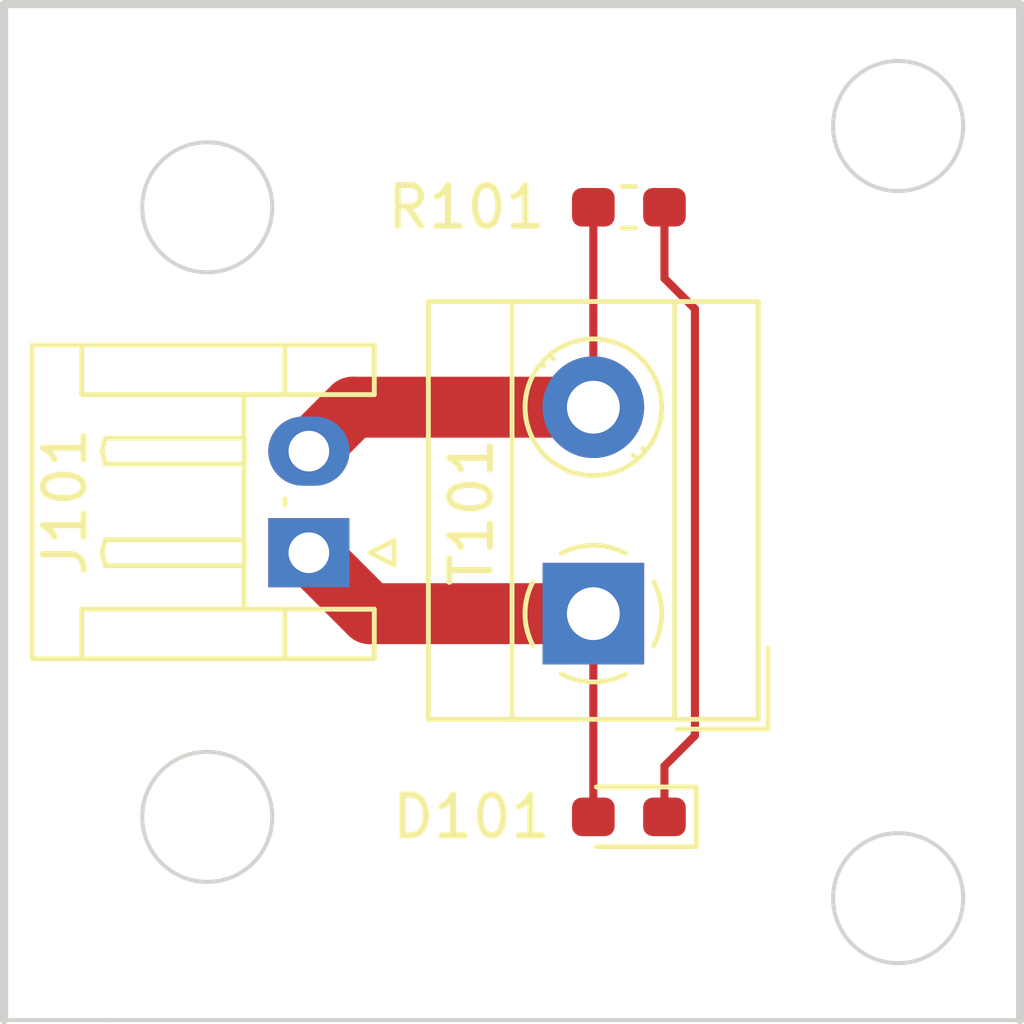
<source format=kicad_pcb>
(kicad_pcb (version 20171130) (host pcbnew "(5.0.0)")

  (general
    (thickness 1.6)
    (drawings 11)
    (tracks 11)
    (zones 0)
    (modules 4)
    (nets 4)
  )

  (page A4)
  (layers
    (0 F.Cu signal)
    (31 B.Cu signal)
    (36 B.SilkS user)
    (37 F.SilkS user)
    (38 B.Mask user)
    (39 F.Mask user)
    (40 Dwgs.User user)
    (41 Cmts.User user)
    (42 Eco1.User user)
    (43 Eco2.User user)
    (44 Edge.Cuts user)
    (45 Margin user)
    (46 B.CrtYd user)
    (47 F.CrtYd user)
    (48 B.Fab user hide)
    (49 F.Fab user hide)
  )

  (setup
    (last_trace_width 0.2032)
    (user_trace_width 0.16)
    (user_trace_width 0.2)
    (user_trace_width 0.5)
    (user_trace_width 0.8)
    (user_trace_width 1)
    (user_trace_width 1.5)
    (trace_clearance 0.2032)
    (zone_clearance 0.508)
    (zone_45_only no)
    (trace_min 0.1524)
    (segment_width 0.2)
    (edge_width 0.1)
    (via_size 0.2032)
    (via_drill 0.1524)
    (via_min_size 0.1524)
    (via_min_drill 0.1524)
    (user_via 0.5 0.3)
    (user_via 1.5 1)
    (uvia_size 0.3)
    (uvia_drill 0.1)
    (uvias_allowed no)
    (uvia_min_size 0.3)
    (uvia_min_drill 0.1)
    (pcb_text_width 0.3)
    (pcb_text_size 1.5 1.5)
    (mod_edge_width 0.15)
    (mod_text_size 1 1)
    (mod_text_width 0.15)
    (pad_size 1.524 1.524)
    (pad_drill 0.762)
    (pad_to_mask_clearance 0)
    (aux_axis_origin 52.5 46.5)
    (grid_origin 52.5 46.5)
    (visible_elements 7FFFFFFF)
    (pcbplotparams
      (layerselection 0x010f0_ffffffff)
      (usegerberextensions true)
      (usegerberattributes false)
      (usegerberadvancedattributes false)
      (creategerberjobfile false)
      (excludeedgelayer true)
      (linewidth 0.100000)
      (plotframeref false)
      (viasonmask false)
      (mode 1)
      (useauxorigin false)
      (hpglpennumber 1)
      (hpglpenspeed 20)
      (hpglpendiameter 15.000000)
      (psnegative false)
      (psa4output false)
      (plotreference true)
      (plotvalue true)
      (plotinvisibletext false)
      (padsonsilk false)
      (subtractmaskfromsilk true)
      (outputformat 1)
      (mirror false)
      (drillshape 0)
      (scaleselection 1)
      (outputdirectory "gerber/"))
  )

  (net 0 "")
  (net 1 "Net-(J101-Pad2)")
  (net 2 "Net-(D101-Pad2)")
  (net 3 "Net-(D101-Pad1)")

  (net_class Default "これはデフォルトのネット クラスです。"
    (clearance 0.2032)
    (trace_width 0.2032)
    (via_dia 0.2032)
    (via_drill 0.1524)
    (uvia_dia 0.3)
    (uvia_drill 0.1)
    (diff_pair_gap 0.2032)
    (diff_pair_width 0.2)
    (add_net "Net-(D101-Pad1)")
    (add_net "Net-(D101-Pad2)")
    (add_net "Net-(J101-Pad2)")
  )

  (module Connector_JST:JST_EH_S02B-EH_1x02_P2.50mm_Horizontal (layer F.Cu) (tedit 5A0EBB2C) (tstamp 5C51EF99)
    (at 60 60 90)
    (descr "JST EH series connector, S02B-EH (http://www.jst-mfg.com/product/pdf/eng/eEH.pdf), generated with kicad-footprint-generator")
    (tags "connector JST EH top entry")
    (path /5C495FC7/5C49610E)
    (fp_text reference J101 (at 1.25 -6 90) (layer F.SilkS)
      (effects (font (size 1 1) (thickness 0.15)))
    )
    (fp_text value Nichrome1 (at 1.25 2.7 90) (layer F.Fab)
      (effects (font (size 1 1) (thickness 0.15)))
    )
    (fp_line (start -1.5 -0.7) (end -1.5 1.5) (layer F.Fab) (width 0.1))
    (fp_line (start -1.5 1.5) (end -2.5 1.5) (layer F.Fab) (width 0.1))
    (fp_line (start -2.5 1.5) (end -2.5 -6.7) (layer F.Fab) (width 0.1))
    (fp_line (start -2.5 -6.7) (end 5 -6.7) (layer F.Fab) (width 0.1))
    (fp_line (start 5 -6.7) (end 5 1.5) (layer F.Fab) (width 0.1))
    (fp_line (start 5 1.5) (end 4 1.5) (layer F.Fab) (width 0.1))
    (fp_line (start 4 1.5) (end 4 -0.7) (layer F.Fab) (width 0.1))
    (fp_line (start 4 -0.7) (end -1.5 -0.7) (layer F.Fab) (width 0.1))
    (fp_line (start -3 -7.2) (end -3 2) (layer F.CrtYd) (width 0.05))
    (fp_line (start -3 2) (end 5.5 2) (layer F.CrtYd) (width 0.05))
    (fp_line (start 5.5 2) (end 5.5 -7.2) (layer F.CrtYd) (width 0.05))
    (fp_line (start 5.5 -7.2) (end -3 -7.2) (layer F.CrtYd) (width 0.05))
    (fp_line (start -1.39 -0.59) (end -1.39 1.61) (layer F.SilkS) (width 0.12))
    (fp_line (start -1.39 1.61) (end -2.61 1.61) (layer F.SilkS) (width 0.12))
    (fp_line (start -2.61 1.61) (end -2.61 -6.81) (layer F.SilkS) (width 0.12))
    (fp_line (start -2.61 -6.81) (end 5.11 -6.81) (layer F.SilkS) (width 0.12))
    (fp_line (start 5.11 -6.81) (end 5.11 1.61) (layer F.SilkS) (width 0.12))
    (fp_line (start 5.11 1.61) (end 3.89 1.61) (layer F.SilkS) (width 0.12))
    (fp_line (start 3.89 1.61) (end 3.89 -0.59) (layer F.SilkS) (width 0.12))
    (fp_line (start -2.61 -5.59) (end -1.39 -5.59) (layer F.SilkS) (width 0.12))
    (fp_line (start -1.39 -5.59) (end -1.39 -0.59) (layer F.SilkS) (width 0.12))
    (fp_line (start -1.39 -0.59) (end -2.61 -0.59) (layer F.SilkS) (width 0.12))
    (fp_line (start 5.11 -5.59) (end 3.89 -5.59) (layer F.SilkS) (width 0.12))
    (fp_line (start 3.89 -5.59) (end 3.89 -0.59) (layer F.SilkS) (width 0.12))
    (fp_line (start 3.89 -0.59) (end 5.11 -0.59) (layer F.SilkS) (width 0.12))
    (fp_line (start -1.39 -1.59) (end 3.89 -1.59) (layer F.SilkS) (width 0.12))
    (fp_line (start 0 -1.59) (end -0.32 -1.59) (layer F.SilkS) (width 0.12))
    (fp_line (start -0.32 -1.59) (end -0.32 -5.01) (layer F.SilkS) (width 0.12))
    (fp_line (start -0.32 -5.01) (end 0 -5.09) (layer F.SilkS) (width 0.12))
    (fp_line (start 0 -5.09) (end 0.32 -5.01) (layer F.SilkS) (width 0.12))
    (fp_line (start 0.32 -5.01) (end 0.32 -1.59) (layer F.SilkS) (width 0.12))
    (fp_line (start 0.32 -1.59) (end 0 -1.59) (layer F.SilkS) (width 0.12))
    (fp_line (start 1.17 -0.59) (end 1.33 -0.59) (layer F.SilkS) (width 0.12))
    (fp_line (start 2.5 -1.59) (end 2.18 -1.59) (layer F.SilkS) (width 0.12))
    (fp_line (start 2.18 -1.59) (end 2.18 -5.01) (layer F.SilkS) (width 0.12))
    (fp_line (start 2.18 -5.01) (end 2.5 -5.09) (layer F.SilkS) (width 0.12))
    (fp_line (start 2.5 -5.09) (end 2.82 -5.01) (layer F.SilkS) (width 0.12))
    (fp_line (start 2.82 -5.01) (end 2.82 -1.59) (layer F.SilkS) (width 0.12))
    (fp_line (start 2.82 -1.59) (end 2.5 -1.59) (layer F.SilkS) (width 0.12))
    (fp_line (start 0 1.5) (end -0.3 2.1) (layer F.SilkS) (width 0.12))
    (fp_line (start -0.3 2.1) (end 0.3 2.1) (layer F.SilkS) (width 0.12))
    (fp_line (start 0.3 2.1) (end 0 1.5) (layer F.SilkS) (width 0.12))
    (fp_line (start -0.5 -0.7) (end 0 -1.407107) (layer F.Fab) (width 0.1))
    (fp_line (start 0 -1.407107) (end 0.5 -0.7) (layer F.Fab) (width 0.1))
    (fp_text user %R (at 1.25 -2.6 90) (layer F.Fab)
      (effects (font (size 1 1) (thickness 0.15)))
    )
    (pad 1 thru_hole rect (at 0 0 90) (size 1.7 2) (drill 1) (layers *.Cu *.Mask)
      (net 2 "Net-(D101-Pad2)"))
    (pad 2 thru_hole oval (at 2.5 0 90) (size 1.7 2) (drill 1) (layers *.Cu *.Mask)
      (net 1 "Net-(J101-Pad2)"))
    (model ${KISYS3DMOD}/Connector_JST.3dshapes/JST_EH_S02B-EH_1x02_P2.50mm_Horizontal.wrl
      (at (xyz 0 0 0))
      (scale (xyz 1 1 1))
      (rotate (xyz 0 0 0))
    )
  )

  (module LED_SMD:LED_0603_1608Metric_Pad1.05x0.95mm_HandSolder (layer F.Cu) (tedit 5B4B45C9) (tstamp 5C51EED4)
    (at 67.875 66.5 180)
    (descr "LED SMD 0603 (1608 Metric), square (rectangular) end terminal, IPC_7351 nominal, (Body size source: http://www.tortai-tech.com/upload/download/2011102023233369053.pdf), generated with kicad-footprint-generator")
    (tags "LED handsolder")
    (path /5C495FC7/5C49614E)
    (attr smd)
    (fp_text reference D101 (at 3.875 0 180) (layer F.SilkS)
      (effects (font (size 1 1) (thickness 0.15)))
    )
    (fp_text value LED_Small (at 0 1.43 180) (layer F.Fab)
      (effects (font (size 1 1) (thickness 0.15)))
    )
    (fp_text user %R (at 0 0 180) (layer F.Fab)
      (effects (font (size 0.4 0.4) (thickness 0.06)))
    )
    (fp_line (start 1.65 0.73) (end -1.65 0.73) (layer F.CrtYd) (width 0.05))
    (fp_line (start 1.65 -0.73) (end 1.65 0.73) (layer F.CrtYd) (width 0.05))
    (fp_line (start -1.65 -0.73) (end 1.65 -0.73) (layer F.CrtYd) (width 0.05))
    (fp_line (start -1.65 0.73) (end -1.65 -0.73) (layer F.CrtYd) (width 0.05))
    (fp_line (start -1.66 0.735) (end 0.8 0.735) (layer F.SilkS) (width 0.12))
    (fp_line (start -1.66 -0.735) (end -1.66 0.735) (layer F.SilkS) (width 0.12))
    (fp_line (start 0.8 -0.735) (end -1.66 -0.735) (layer F.SilkS) (width 0.12))
    (fp_line (start 0.8 0.4) (end 0.8 -0.4) (layer F.Fab) (width 0.1))
    (fp_line (start -0.8 0.4) (end 0.8 0.4) (layer F.Fab) (width 0.1))
    (fp_line (start -0.8 -0.1) (end -0.8 0.4) (layer F.Fab) (width 0.1))
    (fp_line (start -0.5 -0.4) (end -0.8 -0.1) (layer F.Fab) (width 0.1))
    (fp_line (start 0.8 -0.4) (end -0.5 -0.4) (layer F.Fab) (width 0.1))
    (pad 2 smd roundrect (at 0.875 0 180) (size 1.05 0.95) (layers F.Cu F.Paste F.Mask) (roundrect_rratio 0.25)
      (net 2 "Net-(D101-Pad2)"))
    (pad 1 smd roundrect (at -0.875 0 180) (size 1.05 0.95) (layers F.Cu F.Paste F.Mask) (roundrect_rratio 0.25)
      (net 3 "Net-(D101-Pad1)"))
    (model ${KISYS3DMOD}/LED_SMD.3dshapes/LED_0603_1608Metric.wrl
      (at (xyz 0 0 0))
      (scale (xyz 1 1 1))
      (rotate (xyz 0 0 0))
    )
  )

  (module Resistor_SMD:R_0603_1608Metric_Pad1.05x0.95mm_HandSolder (layer F.Cu) (tedit 5B301BBD) (tstamp 5C51EC7E)
    (at 67.875 51.5)
    (descr "Resistor SMD 0603 (1608 Metric), square (rectangular) end terminal, IPC_7351 nominal with elongated pad for handsoldering. (Body size source: http://www.tortai-tech.com/upload/download/2011102023233369053.pdf), generated with kicad-footprint-generator")
    (tags "resistor handsolder")
    (path /5C495FC7/5C496155)
    (attr smd)
    (fp_text reference R101 (at -4 0) (layer F.SilkS)
      (effects (font (size 1 1) (thickness 0.15)))
    )
    (fp_text value 1k (at 0 1.43) (layer F.Fab)
      (effects (font (size 1 1) (thickness 0.15)))
    )
    (fp_text user %R (at 0 0) (layer F.Fab)
      (effects (font (size 0.4 0.4) (thickness 0.06)))
    )
    (fp_line (start 1.65 0.73) (end -1.65 0.73) (layer F.CrtYd) (width 0.05))
    (fp_line (start 1.65 -0.73) (end 1.65 0.73) (layer F.CrtYd) (width 0.05))
    (fp_line (start -1.65 -0.73) (end 1.65 -0.73) (layer F.CrtYd) (width 0.05))
    (fp_line (start -1.65 0.73) (end -1.65 -0.73) (layer F.CrtYd) (width 0.05))
    (fp_line (start -0.171267 0.51) (end 0.171267 0.51) (layer F.SilkS) (width 0.12))
    (fp_line (start -0.171267 -0.51) (end 0.171267 -0.51) (layer F.SilkS) (width 0.12))
    (fp_line (start 0.8 0.4) (end -0.8 0.4) (layer F.Fab) (width 0.1))
    (fp_line (start 0.8 -0.4) (end 0.8 0.4) (layer F.Fab) (width 0.1))
    (fp_line (start -0.8 -0.4) (end 0.8 -0.4) (layer F.Fab) (width 0.1))
    (fp_line (start -0.8 0.4) (end -0.8 -0.4) (layer F.Fab) (width 0.1))
    (pad 2 smd roundrect (at 0.875 0) (size 1.05 0.95) (layers F.Cu F.Paste F.Mask) (roundrect_rratio 0.25)
      (net 3 "Net-(D101-Pad1)"))
    (pad 1 smd roundrect (at -0.875 0) (size 1.05 0.95) (layers F.Cu F.Paste F.Mask) (roundrect_rratio 0.25)
      (net 1 "Net-(J101-Pad2)"))
    (model ${KISYS3DMOD}/Resistor_SMD.3dshapes/R_0603_1608Metric.wrl
      (at (xyz 0 0 0))
      (scale (xyz 1 1 1))
      (rotate (xyz 0 0 0))
    )
  )

  (module TerminalBlock_MetzConnect:TerminalBlock_MetzConnect_Type101_RT01602HBWC_1x02_P5.08mm_Horizontal (layer F.Cu) (tedit 5B294E9E) (tstamp 5C51EC1A)
    (at 67 61.5 90)
    (descr "terminal block Metz Connect Type101_RT01602HBWC, 2 pins, pitch 5.08mm, size 10.2x8mm^2, drill diamater 1.3mm, pad diameter 2.5mm, see http://www.metz-connect.com/de/system/files/productfiles/Datenblatt_311011_RT016xxHBWC_OFF-022771S.pdf, script-generated using https://github.com/pointhi/kicad-footprint-generator/scripts/TerminalBlock_MetzConnect")
    (tags "THT terminal block Metz Connect Type101_RT01602HBWC pitch 5.08mm size 10.2x8mm^2 drill 1.3mm pad 2.5mm")
    (path /5C495FC7/5C496115)
    (fp_text reference T101 (at 2.5 -3 90) (layer F.SilkS)
      (effects (font (size 1 1) (thickness 0.15)))
    )
    (fp_text value Nichrome1 (at 2.54 5.06 90) (layer F.Fab)
      (effects (font (size 1 1) (thickness 0.15)))
    )
    (fp_text user %R (at 2.54 3 90) (layer F.Fab)
      (effects (font (size 1 1) (thickness 0.15)))
    )
    (fp_line (start 8.13 -4.5) (end -3.04 -4.5) (layer F.CrtYd) (width 0.05))
    (fp_line (start 8.13 4.5) (end 8.13 -4.5) (layer F.CrtYd) (width 0.05))
    (fp_line (start -3.04 4.5) (end 8.13 4.5) (layer F.CrtYd) (width 0.05))
    (fp_line (start -3.04 -4.5) (end -3.04 4.5) (layer F.CrtYd) (width 0.05))
    (fp_line (start -2.84 4.3) (end -0.84 4.3) (layer F.SilkS) (width 0.12))
    (fp_line (start -2.84 2.06) (end -2.84 4.3) (layer F.SilkS) (width 0.12))
    (fp_line (start 3.9 0.976) (end 3.806 1.069) (layer F.SilkS) (width 0.12))
    (fp_line (start 6.15 -1.275) (end 6.091 -1.216) (layer F.SilkS) (width 0.12))
    (fp_line (start 4.07 1.216) (end 4.011 1.274) (layer F.SilkS) (width 0.12))
    (fp_line (start 6.355 -1.069) (end 6.261 -0.976) (layer F.SilkS) (width 0.12))
    (fp_line (start 6.035 -1.138) (end 3.943 0.955) (layer F.Fab) (width 0.1))
    (fp_line (start 6.218 -0.955) (end 4.126 1.138) (layer F.Fab) (width 0.1))
    (fp_line (start 0.955 -1.138) (end -1.138 0.955) (layer F.Fab) (width 0.1))
    (fp_line (start 1.138 -0.955) (end -0.955 1.138) (layer F.Fab) (width 0.1))
    (fp_line (start 7.68 -4.06) (end 7.68 4.06) (layer F.SilkS) (width 0.12))
    (fp_line (start -2.6 -4.06) (end -2.6 4.06) (layer F.SilkS) (width 0.12))
    (fp_line (start -2.6 4.06) (end 7.68 4.06) (layer F.SilkS) (width 0.12))
    (fp_line (start -2.6 -4.06) (end 7.68 -4.06) (layer F.SilkS) (width 0.12))
    (fp_line (start -2.6 -2) (end 7.68 -2) (layer F.SilkS) (width 0.12))
    (fp_line (start -2.54 -2) (end 7.62 -2) (layer F.Fab) (width 0.1))
    (fp_line (start -2.6 2) (end 7.68 2) (layer F.SilkS) (width 0.12))
    (fp_line (start -2.54 2) (end 7.62 2) (layer F.Fab) (width 0.1))
    (fp_line (start -2.54 2) (end -2.54 -4) (layer F.Fab) (width 0.1))
    (fp_line (start -0.54 4) (end -2.54 2) (layer F.Fab) (width 0.1))
    (fp_line (start 7.62 4) (end -0.54 4) (layer F.Fab) (width 0.1))
    (fp_line (start 7.62 -4) (end 7.62 4) (layer F.Fab) (width 0.1))
    (fp_line (start -2.54 -4) (end 7.62 -4) (layer F.Fab) (width 0.1))
    (fp_circle (center 5.08 0) (end 6.76 0) (layer F.SilkS) (width 0.12))
    (fp_circle (center 5.08 0) (end 6.58 0) (layer F.Fab) (width 0.1))
    (fp_circle (center 0 0) (end 1.5 0) (layer F.Fab) (width 0.1))
    (fp_arc (start 0 0) (end -0.789 1.484) (angle -29) (layer F.SilkS) (width 0.12))
    (fp_arc (start 0 0) (end -1.484 -0.789) (angle -56) (layer F.SilkS) (width 0.12))
    (fp_arc (start 0 0) (end 0.789 -1.484) (angle -56) (layer F.SilkS) (width 0.12))
    (fp_arc (start 0 0) (end 1.484 0.789) (angle -56) (layer F.SilkS) (width 0.12))
    (fp_arc (start 0 0) (end 0 1.68) (angle -28) (layer F.SilkS) (width 0.12))
    (pad 2 thru_hole circle (at 5.08 0 90) (size 2.5 2.5) (drill 1.3) (layers *.Cu *.Mask)
      (net 1 "Net-(J101-Pad2)"))
    (pad 1 thru_hole rect (at 0 0 90) (size 2.5 2.5) (drill 1.3) (layers *.Cu *.Mask)
      (net 2 "Net-(D101-Pad2)"))
    (model ${KISYS3DMOD}/TerminalBlock_MetzConnect.3dshapes/TerminalBlock_MetzConnect_Type101_RT01602HBWC_1x02_P5.08mm_Horizontal.wrl
      (at (xyz 0 0 0))
      (scale (xyz 1 1 1))
      (rotate (xyz 0 0 0))
    )
    (model ${KISYS3DMOD}/Terminal_Blocks.3dshapes/TerminalBlock_Pheonix_PT-3.5mm_2pol.wrl
      (at (xyz 0 0 0))
      (scale (xyz 1.45 1.45 1.2))
      (rotate (xyz 0 0 0))
    )
  )

  (gr_line (start 55 71.5) (end 52.5 71.5) (layer Edge.Cuts) (width 0.1))
  (gr_line (start 77.5 71.5) (end 55 71.5) (layer Edge.Cuts) (width 0.1))
  (gr_circle (center 74.5 68.5) (end 76.1 68.5) (layer Edge.Cuts) (width 0.1) (tstamp 5C51AF67))
  (gr_circle (center 74.5 49.5) (end 76.1 49.5) (layer Edge.Cuts) (width 0.1) (tstamp 5C51AF4E))
  (gr_line (start 77.5 46.5) (end 52.5 46.5) (layer Edge.Cuts) (width 0.2))
  (gr_line (start 77.5 71.5) (end 77.5 46.5) (layer Edge.Cuts) (width 0.2))
  (gr_line (start 52.5 46.5) (end 52.5 71.5) (layer Edge.Cuts) (width 0.2))
  (gr_circle (center 57.5 66.5) (end 60 66.5) (layer Eco1.User) (width 0.1) (tstamp 5C51AF43))
  (gr_circle (center 57.5 66.5) (end 59.1 66.5) (layer Edge.Cuts) (width 0.1) (tstamp 5C51AF42))
  (gr_circle (center 57.5 51.5) (end 60 51.5) (layer Eco1.User) (width 0.1) (tstamp 5C51A8DB))
  (gr_circle (center 57.5 51.5) (end 59.1 51.5) (layer Edge.Cuts) (width 0.1) (tstamp 5C51A8D6))

  (segment (start 67 56.42) (end 67 51.5) (width 0.2) (layer F.Cu) (net 1))
  (segment (start 61.08 56.42) (end 60 57.5) (width 1.5) (layer F.Cu) (net 1))
  (segment (start 67 56.42) (end 61.08 56.42) (width 1.5) (layer F.Cu) (net 1))
  (segment (start 67 66.5) (end 67 61.5) (width 0.2) (layer F.Cu) (net 2))
  (segment (start 61.5 61.5) (end 60 60) (width 1.5) (layer F.Cu) (net 2))
  (segment (start 67 61.5) (end 61.5 61.5) (width 1.5) (layer F.Cu) (net 2))
  (segment (start 68.75 66.5) (end 68.75 65.25) (width 0.2) (layer F.Cu) (net 3))
  (segment (start 68.75 65.25) (end 69.5 64.5) (width 0.2) (layer F.Cu) (net 3))
  (segment (start 69.5 64.5) (end 69.5 54) (width 0.2) (layer F.Cu) (net 3))
  (segment (start 68.75 51.5) (end 68.75 53.25) (width 0.2) (layer F.Cu) (net 3))
  (segment (start 68.75 53.25) (end 69.5 54) (width 0.2) (layer F.Cu) (net 3))

)

</source>
